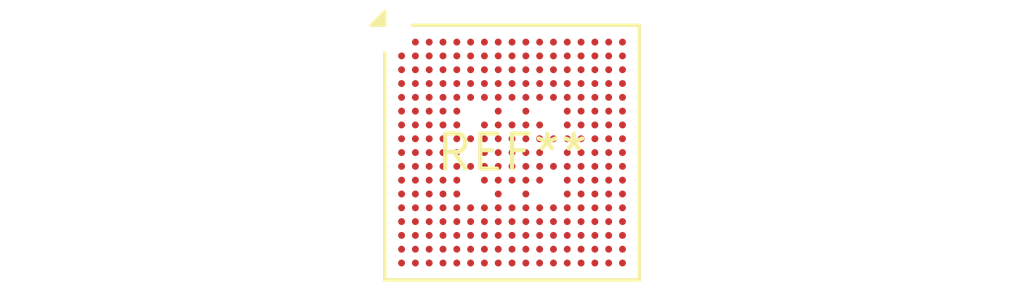
<source format=kicad_pcb>
(kicad_pcb (version 20240108) (generator pcbnew)
  (layers (0 "F.Cu" signal) (31 "B.Cu" signal) (34 "B.Paste" user) (35 "F.Paste" user) (36 "B.SilkS" user "B.Silkscreen") (37 "F.SilkS" user "F.Silkscreen") (38 "B.Mask" user) (39 "F.Mask" user) (44 "Edge.Cuts" user))
  (net 0 "")
  (footprint "MAPBGA_9x9mm_Layout17x17_P0.5mm" (layer "F.Cu") (at 0 0)
    (property "Reference" "REF**")
    (property "Value" "MAPBGA_9x9mm_Layout17x17_P0.5mm")
    (fp_line (start -4.61 4.61) (end -4.61 -3.61) (layer "F.SilkS") (stroke (width 0.12)))
    (fp_line (start -3.61 -4.61) (end 4.61 -4.61) (layer "F.SilkS") (stroke (width 0.12)))
    (fp_line (start 4.61 -4.61) (end 4.61 4.61) (layer "F.SilkS") (stroke (width 0.12)))
    (fp_line (start 4.61 4.61) (end -4.61 4.61) (layer "F.SilkS") (stroke (width 0.12)))
    (fp_poly (pts (xy -4.61 -4.61) (xy -5.11 -4.61) (xy -4.61 -5.11) (xy -4.61 -4.61)) (layer "F.SilkS") (stroke (width 0.12)) (fill solid))
    (pad "A2" smd circle (at -3.5 -4) (size 0.25 0.25) (property pad_prop_bga) (layers "F.Cu" "F.Paste" "F.Mask"))
    (pad "A3" smd circle (at -3 -4) (size 0.25 0.25) (property pad_prop_bga) (layers "F.Cu" "F.Paste" "F.Mask"))
    (pad "A4" smd circle (at -2.5 -4) (size 0.25 0.25) (property pad_prop_bga) (layers "F.Cu" "F.Paste" "F.Mask"))
    (pad "A5" smd circle (at -2 -4) (size 0.25 0.25) (property pad_prop_bga) (layers "F.Cu" "F.Paste" "F.Mask"))
    (pad "A6" smd circle (at -1.5 -4) (size 0.25 0.25) (property pad_prop_bga) (layers "F.Cu" "F.Paste" "F.Mask"))
    (pad "A7" smd circle (at -1 -4) (size 0.25 0.25) (property pad_prop_bga) (layers "F.Cu" "F.Paste" "F.Mask"))
    (pad "A8" smd circle (at -0.5 -4) (size 0.25 0.25) (property pad_prop_bga) (layers "F.Cu" "F.Paste" "F.Mask"))
    (pad "A9" smd circle (at 0 -4) (size 0.25 0.25) (property pad_prop_bga) (layers "F.Cu" "F.Paste" "F.Mask"))
    (pad "A10" smd circle (at 0.5 -4) (size 0.25 0.25) (property pad_prop_bga) (layers "F.Cu" "F.Paste" "F.Mask"))
    (pad "A11" smd circle (at 1 -4) (size 0.25 0.25) (property pad_prop_bga) (layers "F.Cu" "F.Paste" "F.Mask"))
    (pad "A12" smd circle (at 1.5 -4) (size 0.25 0.25) (property pad_prop_bga) (layers "F.Cu" "F.Paste" "F.Mask"))
    (pad "A13" smd circle (at 2 -4) (size 0.25 0.25) (property pad_prop_bga) (layers "F.Cu" "F.Paste" "F.Mask"))
    (pad "A14" smd circle (at 2.5 -4) (size 0.25 0.25) (property pad_prop_bga) (layers "F.Cu" "F.Paste" "F.Mask"))
    (pad "A15" smd circle (at 3 -4) (size 0.25 0.25) (property pad_prop_bga) (layers "F.Cu" "F.Paste" "F.Mask"))
    (pad "A16" smd circle (at 3.5 -4) (size 0.25 0.25) (property pad_prop_bga) (layers "F.Cu" "F.Paste" "F.Mask"))
    (pad "A17" smd circle (at 4 -4) (size 0.25 0.25) (property pad_prop_bga) (layers "F.Cu" "F.Paste" "F.Mask"))
    (pad "B1" smd circle (at -4 -3.5) (size 0.25 0.25) (property pad_prop_bga) (layers "F.Cu" "F.Paste" "F.Mask"))
    (pad "B2" smd circle (at -3.5 -3.5) (size 0.25 0.25) (property pad_prop_bga) (layers "F.Cu" "F.Paste" "F.Mask"))
    (pad "B3" smd circle (at -3 -3.5) (size 0.25 0.25) (property pad_prop_bga) (layers "F.Cu" "F.Paste" "F.Mask"))
    (pad "B4" smd circle (at -2.5 -3.5) (size 0.25 0.25) (property pad_prop_bga) (layers "F.Cu" "F.Paste" "F.Mask"))
    (pad "B5" smd circle (at -2 -3.5) (size 0.25 0.25) (property pad_prop_bga) (layers "F.Cu" "F.Paste" "F.Mask"))
    (pad "B6" smd circle (at -1.5 -3.5) (size 0.25 0.25) (property pad_prop_bga) (layers "F.Cu" "F.Paste" "F.Mask"))
    (pad "B7" smd circle (at -1 -3.5) (size 0.25 0.25) (property pad_prop_bga) (layers "F.Cu" "F.Paste" "F.Mask"))
    (pad "B8" smd circle (at -0.5 -3.5) (size 0.25 0.25) (property pad_prop_bga) (layers "F.Cu" "F.Paste" "F.Mask"))
    (pad "B9" smd circle (at 0 -3.5) (size 0.25 0.25) (property pad_prop_bga) (layers "F.Cu" "F.Paste" "F.Mask"))
    (pad "B10" smd circle (at 0.5 -3.5) (size 0.25 0.25) (property pad_prop_bga) (layers "F.Cu" "F.Paste" "F.Mask"))
    (pad "B11" smd circle (at 1 -3.5) (size 0.25 0.25) (property pad_prop_bga) (layers "F.Cu" "F.Paste" "F.Mask"))
    (pad "B12" smd circle (at 1.5 -3.5) (size 0.25 0.25) (property pad_prop_bga) (layers "F.Cu" "F.Paste" "F.Mask"))
    (pad "B13" smd circle (at 2 -3.5) (size 0.25 0.25) (property pad_prop_bga) (layers "F.Cu" "F.Paste" "F.Mask"))
    (pad "B14" smd circle (at 2.5 -3.5) (size 0.25 0.25) (property pad_prop_bga) (layers "F.Cu" "F.Paste" "F.Mask"))
    (pad "B15" smd circle (at 3 -3.5) (size 0.25 0.25) (property pad_prop_bga) (layers "F.Cu" "F.Paste" "F.Mask"))
    (pad "B16" smd circle (at 3.5 -3.5) (size 0.25 0.25) (property pad_prop_bga) (layers "F.Cu" "F.Paste" "F.Mask"))
    (pad "B17" smd circle (at 4 -3.5) (size 0.25 0.25) (property pad_prop_bga) (layers "F.Cu" "F.Paste" "F.Mask"))
    (pad "C1" smd circle (at -4 -3) (size 0.25 0.25) (property pad_prop_bga) (layers "F.Cu" "F.Paste" "F.Mask"))
    (pad "C2" smd circle (at -3.5 -3) (size 0.25 0.25) (property pad_prop_bga) (layers "F.Cu" "F.Paste" "F.Mask"))
    (pad "C3" smd circle (at -3 -3) (size 0.25 0.25) (property pad_prop_bga) (layers "F.Cu" "F.Paste" "F.Mask"))
    (pad "C4" smd circle (at -2.5 -3) (size 0.25 0.25) (property pad_prop_bga) (layers "F.Cu" "F.Paste" "F.Mask"))
    (pad "C5" smd circle (at -2 -3) (size 0.25 0.25) (property pad_prop_bga) (layers "F.Cu" "F.Paste" "F.Mask"))
    (pad "C6" smd circle (at -1.5 -3) (size 0.25 0.25) (property pad_prop_bga) (layers "F.Cu" "F.Paste" "F.Mask"))
    (pad "C7" smd circle (at -1 -3) (size 0.25 0.25) (property pad_prop_bga) (layers "F.Cu" "F.Paste" "F.Mask"))
    (pad "C8" smd circle (at -0.5 -3) (size 0.25 0.25) (property pad_prop_bga) (layers "F.Cu" "F.Paste" "F.Mask"))
    (pad "C9" smd circle (at 0 -3) (size 0.25 0.25) (property pad_prop_bga) (layers "F.Cu" "F.Paste" "F.Mask"))
    (pad "C10" smd circle (at 0.5 -3) (size 0.25 0.25) (property pad_prop_bga) (layers "F.Cu" "F.Paste" "F.Mask"))
    (pad "C11" smd circle (at 1 -3) (size 0.25 0.25) (property pad_prop_bga) (layers "F.Cu" "F.Paste" "F.Mask"))
    (pad "C12" smd circle (at 1.5 -3) (size 0.25 0.25) (property pad_prop_bga) (layers "F.Cu" "F.Paste" "F.Mask"))
    (pad "C13" smd circle (at 2 -3) (size 0.25 0.25) (property pad_prop_bga) (layers "F.Cu" "F.Paste" "F.Mask"))
    (pad "C14" smd circle (at 2.5 -3) (size 0.25 0.25) (property pad_prop_bga) (layers "F.Cu" "F.Paste" "F.Mask"))
    (pad "C15" smd circle (at 3 -3) (size 0.25 0.25) (property pad_prop_bga) (layers "F.Cu" "F.Paste" "F.Mask"))
    (pad "C16" smd circle (at 3.5 -3) (size 0.25 0.25) (property pad_prop_bga) (layers "F.Cu" "F.Paste" "F.Mask"))
    (pad "C17" smd circle (at 4 -3) (size 0.25 0.25) (property pad_prop_bga) (layers "F.Cu" "F.Paste" "F.Mask"))
    (pad "D1" smd circle (at -4 -2.5) (size 0.25 0.25) (property pad_prop_bga) (layers "F.Cu" "F.Paste" "F.Mask"))
    (pad "D2" smd circle (at -3.5 -2.5) (size 0.25 0.25) (property pad_prop_bga) (layers "F.Cu" "F.Paste" "F.Mask"))
    (pad "D3" smd circle (at -3 -2.5) (size 0.25 0.25) (property pad_prop_bga) (layers "F.Cu" "F.Paste" "F.Mask"))
    (pad "D4" smd circle (at -2.5 -2.5) (size 0.25 0.25) (property pad_prop_bga) (layers "F.Cu" "F.Paste" "F.Mask"))
    (pad "D5" smd circle (at -2 -2.5) (size 0.25 0.25) (property pad_prop_bga) (layers "F.Cu" "F.Paste" "F.Mask"))
    (pad "D6" smd circle (at -1.5 -2.5) (size 0.25 0.25) (property pad_prop_bga) (layers "F.Cu" "F.Paste" "F.Mask"))
    (pad "D7" smd circle (at -1 -2.5) (size 0.25 0.25) (property pad_prop_bga) (layers "F.Cu" "F.Paste" "F.Mask"))
    (pad "D8" smd circle (at -0.5 -2.5) (size 0.25 0.25) (property pad_prop_bga) (layers "F.Cu" "F.Paste" "F.Mask"))
    (pad "D9" smd circle (at 0 -2.5) (size 0.25 0.25) (property pad_prop_bga) (layers "F.Cu" "F.Paste" "F.Mask"))
    (pad "D10" smd circle (at 0.5 -2.5) (size 0.25 0.25) (property pad_prop_bga) (layers "F.Cu" "F.Paste" "F.Mask"))
    (pad "D11" smd circle (at 1 -2.5) (size 0.25 0.25) (property pad_prop_bga) (layers "F.Cu" "F.Paste" "F.Mask"))
    (pad "D12" smd circle (at 1.5 -2.5) (size 0.25 0.25) (property pad_prop_bga) (layers "F.Cu" "F.Paste" "F.Mask"))
    (pad "D13" smd circle (at 2 -2.5) (size 0.25 0.25) (property pad_prop_bga) (layers "F.Cu" "F.Paste" "F.Mask"))
    (pad "D14" smd circle (at 2.5 -2.5) (size 0.25 0.25) (property pad_prop_bga) (layers "F.Cu" "F.Paste" "F.Mask"))
    (pad "D15" smd circle (at 3 -2.5) (size 0.25 0.25) (property pad_prop_bga) (layers "F.Cu" "F.Paste" "F.Mask"))
    (pad "D16" smd circle (at 3.5 -2.5) (size 0.25 0.25) (property pad_prop_bga) (layers "F.Cu" "F.Paste" "F.Mask"))
    (pad "D17" smd circle (at 4 -2.5) (size 0.25 0.25) (property pad_prop_bga) (layers "F.Cu" "F.Paste" "F.Mask"))
    (pad "E1" smd circle (at -4 -2) (size 0.25 0.25) (property pad_prop_bga) (layers "F.Cu" "F.Paste" "F.Mask"))
    (pad "E2" smd circle (at -3.5 -2) (size 0.25 0.25) (property pad_prop_bga) (layers "F.Cu" "F.Paste" "F.Mask"))
    (pad "E3" smd circle (at -3 -2) (size 0.25 0.25) (property pad_prop_bga) (layers "F.Cu" "F.Paste" "F.Mask"))
    (pad "E4" smd circle (at -2.5 -2) (size 0.25 0.25) (property pad_prop_bga) (layers "F.Cu" "F.Paste" "F.Mask"))
    (pad "E5" smd circle (at -2 -2) (size 0.25 0.25) (property pad_prop_bga) (layers "F.Cu" "F.Paste" "F.Mask"))
    (pad "E6" smd circle (at -1.5 -2) (size 0.25 0.25) (property pad_prop_bga) (layers "F.Cu" "F.Paste" "F.Mask"))
    (pad "E7" smd circle (at -1 -2) (size 0.25 0.25) (property pad_prop_bga) (layers "F.Cu" "F.Paste" "F.Mask"))
    (pad "E8" smd circle (at -0.5 -2) (size 0.25 0.25) (property pad_prop_bga) (layers "F.Cu" "F.Paste" "F.Mask"))
    (pad "E9" smd circle (at 0 -2) (size 0.25 0.25) (property pad_prop_bga) (layers "F.Cu" "F.Paste" "F.Mask"))
    (pad "E10" smd circle (at 0.5 -2) (size 0.25 0.25) (property pad_prop_bga) (layers "F.Cu" "F.Paste" "F.Mask"))
    (pad "E11" smd circle (at 1 -2) (size 0.25 0.25) (property pad_prop_bga) (layers "F.Cu" "F.Paste" "F.Mask"))
    (pad "E12" smd circle (at 1.5 -2) (size 0.25 0.25) (property pad_prop_bga) (layers "F.Cu" "F.Paste" "F.Mask"))
    (pad "E13" smd circle (at 2 -2) (size 0.25 0.25) (property pad_prop_bga) (layers "F.Cu" "F.Paste" "F.Mask"))
    (pad "E14" smd circle (at 2.5 -2) (size 0.25 0.25) (property pad_prop_bga) (layers "F.Cu" "F.Paste" "F.Mask"))
    (pad "E15" smd circle (at 3 -2) (size 0.25 0.25) (property pad_prop_bga) (layers "F.Cu" "F.Paste" "F.Mask"))
    (pad "E16" smd circle (at 3.5 -2) (size 0.25 0.25) (property pad_prop_bga) (layers "F.Cu" "F.Paste" "F.Mask"))
    (pad "E17" smd circle (at 4 -2) (size 0.25 0.25) (property pad_prop_bga) (layers "F.Cu" "F.Paste" "F.Mask"))
    (pad "F1" smd circle (at -4 -1.5) (size 0.25 0.25) (property pad_prop_bga) (layers "F.Cu" "F.Paste" "F.Mask"))
    (pad "F2" smd circle (at -3.5 -1.5) (size 0.25 0.25) (property pad_prop_bga) (layers "F.Cu" "F.Paste" "F.Mask"))
    (pad "F3" smd circle (at -3 -1.5) (size 0.25 0.25) (property pad_prop_bga) (layers "F.Cu" "F.Paste" "F.Mask"))
    (pad "F4" smd circle (at -2.5 -1.5) (size 0.25 0.25) (property pad_prop_bga) (layers "F.Cu" "F.Paste" "F.Mask"))
    (pad "F5" smd circle (at -2 -1.5) (size 0.25 0.25) (property pad_prop_bga) (layers "F.Cu" "F.Paste" "F.Mask"))
    (pad "F8" smd circle (at -0.5 -1.5) (size 0.25 0.25) (property pad_prop_bga) (layers "F.Cu" "F.Paste" "F.Mask"))
    (pad "F10" smd circle (at 0.5 -1.5) (size 0.25 0.25) (property pad_prop_bga) (layers "F.Cu" "F.Paste" "F.Mask"))
    (pad "F13" smd circle (at 2 -1.5) (size 0.25 0.25) (property pad_prop_bga) (layers "F.Cu" "F.Paste" "F.Mask"))
    (pad "F14" smd circle (at 2.5 -1.5) (size 0.25 0.25) (property pad_prop_bga) (layers "F.Cu" "F.Paste" "F.Mask"))
    (pad "F15" smd circle (at 3 -1.5) (size 0.25 0.25) (property pad_prop_bga) (layers "F.Cu" "F.Paste" "F.Mask"))
    (pad "F16" smd circle (at 3.5 -1.5) (size 0.25 0.25) (property pad_prop_bga) (layers "F.Cu" "F.Paste" "F.Mask"))
    (pad "F17" smd circle (at 4 -1.5) (size 0.25 0.25) (property pad_prop_bga) (layers "F.Cu" "F.Paste" "F.Mask"))
    (pad "G1" smd circle (at -4 -1) (size 0.25 0.25) (property pad_prop_bga) (layers "F.Cu" "F.Paste" "F.Mask"))
    (pad "G2" smd circle (at -3.5 -1) (size 0.25 0.25) (property pad_prop_bga) (layers "F.Cu" "F.Paste" "F.Mask"))
    (pad "G3" smd circle (at -3 -1) (size 0.25 0.25) (property pad_prop_bga) (layers "F.Cu" "F.Paste" "F.Mask"))
    (pad "G4" smd circle (at -2.5 -1) (size 0.25 0.25) (property pad_prop_bga) (layers "F.Cu" "F.Paste" "F.Mask"))
    (pad "G5" smd circle (at -2 -1) (size 0.25 0.25) (property pad_prop_bga) (layers "F.Cu" "F.Paste" "F.Mask"))
    (pad "G7" smd circle (at -1 -1) (size 0.25 0.25) (property pad_prop_bga) (layers "F.Cu" "F.Paste" "F.Mask"))
    (pad "G8" smd circle (at -0.5 -1) (size 0.25 0.25) (property pad_prop_bga) (layers "F.Cu" "F.Paste" "F.Mask"))
    (pad "G9" smd circle (at 0 -1) (size 0.25 0.25) (property pad_prop_bga) (layers "F.Cu" "F.Paste" "F.Mask"))
    (pad "G10" smd circle (at 0.5 -1) (size 0.25 0.25) (property pad_prop_bga) (layers "F.Cu" "F.Paste" "F.Mask"))
    (pad "G11" smd circle (at 1 -1) (size 0.25 0.25) (property pad_prop_bga) (layers "F.Cu" "F.Paste" "F.Mask"))
    (pad "G13" smd circle (at 2 -1) (size 0.25 0.25) (property pad_prop_bga) (layers "F.Cu" "F.Paste" "F.Mask"))
    (pad "G14" smd circle (at 2.5 -1) (size 0.25 0.25) (property pad_prop_bga) (layers "F.Cu" "F.Paste" "F.Mask"))
    (pad "G15" smd circle (at 3 -1) (size 0.25 0.25) (property pad_prop_bga) (layers "F.Cu" "F.Paste" "F.Mask"))
    (pad "G16" smd circle (at 3.5 -1) (size 0.25 0.25) (property pad_prop_bga) (layers "F.Cu" "F.Paste" "F.Mask"))
    (pad "G17" smd circle (at 4 -1) (size 0.25 0.25) (property pad_prop_bga) (layers "F.Cu" "F.Paste" "F.Mask"))
    (pad "H1" smd circle (at -4 -0.5) (size 0.25 0.25) (property pad_prop_bga) (layers "F.Cu" "F.Paste" "F.Mask"))
    (pad "H2" smd circle (at -3.5 -0.5) (size 0.25 0.25) (property pad_prop_bga) (layers "F.Cu" "F.Paste" "F.Mask"))
    (pad "H3" smd circle (at -3 -0.5) (size 0.25 0.25) (property pad_prop_bga) (layers "F.Cu" "F.Paste" "F.Mask"))
    (pad "H4" smd circle (at -2.5 -0.5) (size 0.25 0.25) (property pad_prop_bga) (layers "F.Cu" "F.Paste" "F.Mask"))
    (pad "H5" smd circle (at -2 -0.5) (size 0.25 0.25) (property pad_prop_bga) (layers "F.Cu" "F.Paste" "F.Mask"))
    (pad "H6" smd circle (at -1.5 -0.5) (size 0.25 0.25) (property pad_prop_bga) (layers "F.Cu" "F.Paste" "F.Mask"))
    (pad "H7" smd circle (at -1 -0.5) (size 0.25 0.25) (property pad_prop_bga) (layers "F.Cu" "F.Paste" "F.Mask"))
    (pad "H8" smd circle (at -0.5 -0.5) (size 0.25 0.25) (property pad_prop_bga) (layers "F.Cu" "F.Paste" "F.Mask"))
    (pad "H9" smd circle (at 0 -0.5) (size 0.25 0.25) (property pad_prop_bga) (layers "F.Cu" "F.Paste" "F.Mask"))
    (pad "H10" smd circle (at 0.5 -0.5) (size 0.25 0.25) (property pad_prop_bga) (layers "F.Cu" "F.Paste" "F.Mask"))
    (pad "H11" smd circle (at 1 -0.5) (size 0.25 0.25) (property pad_prop_bga) (layers "F.Cu" "F.Paste" "F.Mask"))
    (pad "H12" smd circle (at 1.5 -0.5) (size 0.25 0.25) (property pad_prop_bga) (layers "F.Cu" "F.Paste" "F.Mask"))
    (pad "H13" smd circle (at 2 -0.5) (size 0.25 0.25) (property pad_prop_bga) (layers "F.Cu" "F.Paste" "F.Mask"))
    (pad "H14" smd circle (at 2.5 -0.5) (size 0.25 0.25) (property pad_prop_bga) (layers "F.Cu" "F.Paste" "F.Mask"))
    (pad "H15" smd circle (at 3 -0.5) (size 0.25 0.25) (property pad_prop_bga) (layers "F.Cu" "F.Paste" "F.Mask"))
    (pad "H16" smd circle (at 3.5 -0.5) (size 0.25 0.25) (property pad_prop_bga) (layers "F.Cu" "F.Paste" "F.Mask"))
    (pad "H17" smd circle (at 4 -0.5) (size 0.25 0.25) (property pad_prop_bga) (layers "F.Cu" "F.Paste" "F.Mask"))
    (pad "J1" smd circle (at -4 0) (size 0.25 0.25) (property pad_prop_bga) (layers "F.Cu" "F.Paste" "F.Mask"))
    (pad "J2" smd circle (at -3.5 0) (size 0.25 0.25) (property pad_prop_bga) (layers "F.Cu" "F.Paste" "F.Mask"))
    (pad "J3" smd circle (at -3 0) (size 0.25 0.25) (property pad_prop_bga) (layers "F.Cu" "F.Paste" "F.Mask"))
    (pad "J4" smd circle (at -2.5 0) (size 0.25 0.25) (property pad_prop_bga) (layers "F.Cu" "F.Paste" "F.Mask"))
    (pad "J5" smd circle (at -2 0) (size 0.25 0.25) (property pad_prop_bga) (layers "F.Cu" "F.Paste" "F.Mask"))
    (pad "J7" smd circle (at -1 0) (size 0.25 0.25) (property pad_prop_bga) (layers "F.Cu" "F.Paste" "F.Mask"))
    (pad "J8" smd circle (at -0.5 0) (size 0.25 0.25) (property pad_prop_bga) (layers "F.Cu" "F.Paste" "F.Mask"))
    (pad "J9" smd circle (at 0 0) (size 0.25 0.25) (property pad_prop_bga) (layers "F.Cu" "F.Paste" "F.Mask"))
    (pad "J10" smd circle (at 0.5 0) (size 0.25 0.25) (property pad_prop_bga) (layers "F.Cu" "F.Paste" "F.Mask"))
    (pad "J11" smd circle (at 1 0) (size 0.25 0.25) (property pad_prop_bga) (layers "F.Cu" "F.Paste" "F.Mask"))
    (pad "J13" smd circle (at 2 0) (size 0.25 0.25) (property pad_prop_bga) (layers "F.Cu" "F.Paste" "F.Mask"))
    (pad "J14" smd circle (at 2.5 0) (size 0.25 0.25) (property pad_prop_bga) (layers "F.Cu" "F.Paste" "F.Mask"))
    (pad "J15" smd circle (at 3 0) (size 0.25 0.25) (property pad_prop_bga) (layers "F.Cu" "F.Paste" "F.Mask"))
    (pad "J16" smd circle (at 3.5 0) (size 0.25 0.25) (property pad_prop_bga) (layers "F.Cu" "F.Paste" "F.Mask"))
    (pad "J17" smd circle (at 4 0) (size 0.25 0.25) (property pad_prop_bga) (layers "F.Cu" "F.Paste" "F.Mask"))
    (pad "K1" smd circle (at -4 0.5) (size 0.25 0.25) (property pad_prop_bga) (layers "F.Cu" "F.Paste" "F.Mask"))
    (pad "K2" smd circle (at -3.5 0.5) (size 0.25 0.25) (property pad_prop_bga) (layers "F.Cu" "F.Paste" "F.Mask"))
    (pad "K3" smd circle (at -3 0.5) (size 0.25 0.25) (property pad_prop_bga) (layers "F.Cu" "F.Paste" "F.Mask"))
    (pad "K4" smd circle (at -2.5 0.5) (size 0.25 0.25) (property pad_prop_bga) (layers "F.Cu" "F.Paste" "F.Mask"))
    (pad "K5" smd circle (at -2 0.5) (size 0.25 0.25) (property pad_prop_bga) (layers "F.Cu" "F.Paste" "F.Mask"))
    (pad "K6" smd circle (at -1.5 0.5) (size 0.25 0.25) (property pad_prop_bga) (layers "F.Cu" "F.Paste" "F.Mask"))
    (pad "K7" smd circle (at -1 0.5) (size 0.25 0.25) (property pad_prop_bga) (layers "F.Cu" "F.Paste" "F.Mask"))
    (pad "K8" smd circle (at -0.5 0.5) (size 0.25 0.25) (property pad_prop_bga) (layers "F.Cu" "F.Paste" "F.Mask"))
    (pad "K9" smd circle (at 0 0.5) (size 0.25 0.25) (property pad_prop_bga) (layers "F.Cu" "F.Paste" "F.Mask"))
    (pad "K10" smd circle (at 0.5 0.5) (size 0.25 0.25) (property pad_prop_bga) (layers "F.Cu" "F.Paste" "F.Mask"))
    (pad "K11" smd circle (at 1 0.5) (size 0.25 0.25) (property pad_prop_bga) (layers "F.Cu" "F.Paste" "F.Mask"))
    (pad "K12" smd circle (at 1.5 0.5) (size 0.25 0.25) (property pad_prop_bga) (layers "F.Cu" "F.Paste" "F.Mask"))
    (pad "K13" smd circle (at 2 0.5) (size 0.25 0.25) (property pad_prop_bga) (layers "F.Cu" "F.Paste" "F.Mask"))
    (pad "K14" smd circle (at 2.5 0.5) (size 0.25 0.25) (property pad_prop_bga) (layers "F.Cu" "F.Paste" "F.Mask"))
    (pad "K15" smd circle (at 3 0.5) (size 0.25 0.25) (property pad_prop_bga) (layers "F.Cu" "F.Paste" "F.Mask"))
    (pad "K16" smd circle (at 3.5 0.5) (size 0.25 0.25) (property pad_prop_bga) (layers "F.Cu" "F.Paste" "F.Mask"))
    (pad "K17" smd circle (at 4 0.5) (size 0.25 0.25) (property pad_prop_bga) (layers "F.Cu" "F.Paste" "F.Mask"))
    (pad "L1" smd circle (at -4 1) (size 0.25 0.25) (property pad_prop_bga) (layers "F.Cu" "F.Paste" "F.Mask"))
    (pad "L2" smd circle (at -3.5 1) (size 0.25 0.25) (property pad_prop_bga) (layers "F.Cu" "F.Paste" "F.Mask"))
    (pad "L3" smd circle (at -3 1) (size 0.25 0.25) (property pad_prop_bga) (layers "F.Cu" "F.Paste" "F.Mask"))
    (pad "L4" smd circle (at -2.5 1) (size 0.25 0.25) (property pad_prop_bga) (layers "F.Cu" "F.Paste" "F.Mask"))
    (pad "L5" smd circle (at -2 1) (size 0.25 0.25) (property pad_prop_bga) (layers "F.Cu" "F.Paste" "F.Mask"))
    (pad "L7" smd circle (at -1 1) (size 0.25 0.25) (property pad_prop_bga) (layers "F.Cu" "F.Paste" "F.Mask"))
    (pad "L8" smd circle (at -0.5 1) (size 0.25 0.25) (property pad_prop_bga) (layers "F.Cu" "F.Paste" "F.Mask"))
    (pad "L9" smd circle (at 0 1) (size 0.25 0.25) (property pad_prop_bga) (layers "F.Cu" "F.Paste" "F.Mask"))
    (pad "L10" smd circle (at 0.5 1) (size 0.25 0.25) (property pad_prop_bga) (layers "F.Cu" "F.Paste" "F.Mask"))
    (pad "L11" smd circle (at 1 1) (size 0.25 0.25) (property pad_prop_bga) (layers "F.Cu" "F.Paste" "F.Mask"))
    (pad "L13" smd circle (at 2 1) (size 0.25 0.25) (property pad_prop_bga) (layers "F.Cu" "F.Paste" "F.Mask"))
    (pad "L14" smd circle (at 2.5 1) (size 0.25 0.25) (property pad_prop_bga) (layers "F.Cu" "F.Paste" "F.Mask"))
    (pad "L15" smd circle (at 3 1) (size 0.25 0.25) (property pad_prop_bga) (layers "F.Cu" "F.Paste" "F.Mask"))
    (pad "L16" smd circle (at 3.5 1) (size 0.25 0.25) (property pad_prop_bga) (layers "F.Cu" "F.Paste" "F.Mask"))
    (pad "L17" smd circle (at 4 1) (size 0.25 0.25) (property pad_prop_bga) (layers "F.Cu" "F.Paste" "F.Mask"))
    (pad "M1" smd circle (at -4 1.5) (size 0.25 0.25) (property pad_prop_bga) (layers "F.Cu" "F.Paste" "F.Mask"))
    (pad "M2" smd circle (at -3.5 1.5) (size 0.25 0.25) (property pad_prop_bga) (layers "F.Cu" "F.Paste" "F.Mask"))
    (pad "M3" smd circle (at -3 1.5) (size 0.25 0.25) (property pad_prop_bga) (layers "F.Cu" "F.Paste" "F.Mask"))
    (pad "M4" smd circle (at -2.5 1.5) (size 0.25 0.25) (property pad_prop_bga) (layers "F.Cu" "F.Paste" "F.Mask"))
    (pad "M5" smd circle (at -2 1.5) (size 0.25 0.25) (property pad_prop_bga) (layers "F.Cu" "F.Paste" "F.Mask"))
    (pad "M8" smd circle (at -0.5 1.5) (size 0.25 0.25) (property pad_prop_bga) (layers "F.Cu" "F.Paste" "F.Mask"))
    (pad "M10" smd circle (at 0.5 1.5) (size 0.25 0.25) (property pad_prop_bga) (layers "F.Cu" "F.Paste" "F.Mask"))
    (pad "M13" smd circle (at 2 1.5) (size 0.25 0.25) (property pad_prop_bga) (layers "F.Cu" "F.Paste" "F.Mask"))
    (pad "M14" smd circle (at 2.5 1.5) (size 0.25 0.25) (property pad_prop_bga) (layers "F.Cu" "F.Paste" "F.Mask"))
    (pad "M15" smd circle (at 3 1.5) (size 0.25 0.25) (property pad_prop_bga) (layers "F.Cu" "F.Paste" "F.Mask"))
    (pad "M16" smd circle (at 3.5 1.5) (size 0.25 0.25) (property pad_prop_bga) (layers "F.Cu" "F.Paste" "F.Mask"))
    (pad "M17" smd circle (at 4 1.5) (size 0.25 0.25) (property pad_prop_bga) (layers "F.Cu" "F.Paste" "F.Mask"))
    (pad "N1" smd circle (at -4 2) (size 0.25 0.25) (property pad_prop_bga) (layers "F.Cu" "F.Paste" "F.Mask"))
    (pad "N2" smd circle (at -3.5 2) (size 0.25 0.25) (property pad_prop_bga) (layers "F.Cu" "F.Paste" "F.Mask"))
    (pad "N3" smd circle (at -3 2) (size 0.25 0.25) (property pad_prop_bga) (layers "F.Cu" "F.Paste" "F.Mask"))
    (pad "N4" smd circle (at -2.5 2) (size 0.25 0.25) (property pad_prop_bga) (layers "F.Cu" "F.Paste" "F.Mask"))
    (pad "N5" smd circle (at -2 2) (size 0.25 0.25) (property pad_prop_bga) (layers "F.Cu" "F.Paste" "F.Mask"))
    (pad "N6" smd circle (at -1.5 2) (size 0.25 0.25) (property pad_prop_bga) (layers "F.Cu" "F.Paste" "F.Mask"))
    (pad "N7" smd circle (at -1 2) (size 0.25 0.25) (property pad_prop_bga) (layers "F.Cu" "F.Paste" "F.Mask"))
    (pad "N8" smd circle (at -0.5 2) (size 0.25 0.25) (property pad_prop_bga) (layers "F.Cu" "F.Paste" "F.Mask"))
    (pad "N9" smd circle (at 0 2) (size 0.25 0.25) (property pad_prop_bga) (layers "F.Cu" "F.Paste" "F.Mask"))
    (pad "N10" smd circle (at 0.5 2) (size 0.25 0.25) (property pad_prop_bga) (layers "F.Cu" "F.Paste" "F.Mask"))
    (pad "N11" smd circle (at 1 2) (size 0.25 0.25) (property pad_prop_bga) (layers "F.Cu" "F.Paste" "F.Mask"))
    (pad "N12" smd circle (at 1.5 2) (size 0.25 0.25) (property pad_prop_bga) (layers "F.Cu" "F.Paste" "F.Mask"))
    (pad "N13" smd circle (at 2 2) (size 0.25 0.25) (property pad_prop_bga) (layers "F.Cu" "F.Paste" "F.Mask"))
    (pad "N14" smd circle (at 2.5 2) (size 0.25 0.25) (property pad_prop_bga) (layers "F.Cu" "F.Paste" "F.Mask"))
    (pad "N15" smd circle (at 3 2) (size 0.25 0.25) (property pad_prop_bga) (layers "F.Cu" "F.Paste" "F.Mask"))
    (pad "N16" smd circle (at 3.5 2) (size 0.25 0.25) (property pad_prop_bga) (layers "F.Cu" "F.Paste" "F.Mask"))
    (pad "N17" smd circle (at 4 2) (size 0.25 0.25) (property pad_prop_bga) (layers "F.Cu" "F.Paste" "F.Mask"))
    (pad "P1" smd circle (at -4 2.5) (size 0.25 0.25) (property pad_prop_bga) (layers "F.Cu" "F.Paste" "F.Mask"))
    (pad "P2" smd circle (at -3.5 2.5) (size 0.25 0.25) (property pad_prop_bga) (layers "F.Cu" "F.Paste" "F.Mask"))
    (pad "P3" smd circle (at -3 2.5) (size 0.25 0.25) (property pad_prop_bga) (layers "F.Cu" "F.Paste" "F.Mask"))
    (pad "P4" smd circle (at -2.5 2.5) (size 0.25 0.25) (property pad_prop_bga) (layers "F.Cu" "F.Paste" "F.Mask"))
    (pad "P5" smd circle (at -2 2.5) (size 0.25 0.25) (property pad_prop_bga) (layers "F.Cu" "F.Paste" "F.Mask"))
    (pad "P6" smd circle (at -1.5 2.5) (size 0.25 0.25) (property pad_prop_bga) (layers "F.Cu" "F.Paste" "F.Mask"))
    (pad "P7" smd circle (at -1 2.5) (size 0.25 0.25) (property pad_prop_bga) (layers "F.Cu" "F.Paste" "F.Mask"))
    (pad "P8" smd circle (at -0.5 2.5) (size 0.25 0.25) (property pad_prop_bga) (layers "F.Cu" "F.Paste" "F.Mask"))
    (pad "P9" smd circle (at 0 2.5) (size 0.25 0.25) (property pad_prop_bga) (layers "F.Cu" "F.Paste" "F.Mask"))
    (pad "P10" smd circle (at 0.5 2.5) (size 0.25 0.25) (property pad_prop_bga) (layers "F.Cu" "F.Paste" "F.Mask"))
    (pad "P11" smd circle (at 1 2.5) (size 0.25 0.25) (property pad_prop_bga) (layers "F.Cu" "F.Paste" "F.Mask"))
    (pad "P12" smd circle (at 1.5 2.5) (size 0.25 0.25) (property pad_prop_bga) (layers "F.Cu" "F.Paste" "F.Mask"))
    (pad "P13" smd circle (at 2 2.5) (size 0.25 0.25) (property pad_prop_bga) (layers "F.Cu" "F.Paste" "F.Mask"))
    (pad "P14" smd circle (at 2.5 2.5) (size 0.25 0.25) (property pad_prop_bga) (layers "F.Cu" "F.Paste" "F.Mask"))
    (pad "P15" smd circle (at 3 2.5) (size 0.25 0.25) (property pad_prop_bga) (layers "F.Cu" "F.Paste" "F.Mask"))
    (pad "P16" smd circle (at 3.5 2.5) (size 0.25 0.25) (property pad_prop_bga) (layers "F.Cu" "F.Paste" "F.Mask"))
    (pad "P17" smd circle (at 4 2.5) (size 0.25 0.25) (property pad_prop_bga) (layers "F.Cu" "F.Paste" "F.Mask"))
    (pad "R1" smd circle (at -4 3) (size 0.25 0.25) (property pad_prop_bga) (layers "F.Cu" "F.Paste" "F.Mask"))
    (pad "R2" smd circle (at -3.5 3) (size 0.25 0.25) (property pad_prop_bga) (layers "F.Cu" "F.Paste" "F.Mask"))
    (pad "R3" smd circle (at -3 3) (size 0.25 0.25) (property pad_prop_bga) (layers "F.Cu" "F.Paste" "F.Mask"))
    (pad "R4" smd circle (at -2.5 3) (size 0.25 0.25) (property pad_prop_bga) (layers "F.Cu" "F.Paste" "F.Mask"))
    (pad "R5" smd circle (at -2 3) (size 0.25 0.25) (property pad_prop_bga) (layers "F.Cu" "F.Paste" "F.Mask"))
    (pad "R6" smd circle (at -1.5 3) (size 0.25 0.25) (property pad_prop_bga) (layers "F.Cu" "F.Paste" "F.Mask"))
    (pad "R7" smd circle (at -1 3) (size 0.25 0.25) (property pad_prop_bga) (layers "F.Cu" "F.Paste" "F.Mask"))
    (pad "R8" smd circle (at -0.5 3) (size 0.25 0.25) (property pad_prop_bga) (layers "F.Cu" "F.Paste" "F.Mask"))
    (pad "R9" smd circle (at 0 3) (size 0.25 0.25) (property pad_prop_bga) (layers "F.Cu" "F.Paste" "F.Mask"))
    (pad "R10" smd circle (at 0.5 3) (size 0.25 0.25) (property pad_prop_bga) (layers "F.Cu" "F.Paste" "F.Mask"))
    (pad "R11" smd circle (at 1 3) (size 0.25 0.25) (property pad_prop_bga) (layers "F.Cu" "F.Paste" "F.Mask"))
    (pad "R12" smd circle (at 1.5 3) (size 0.25 0.25) (property pad_prop_bga) (layers "F.Cu" "F.Paste" "F.Mask"))
    (pad "R13" smd circle (at 2 3) (size 0.25 0.25) (property pad_prop_bga) (layers "F.Cu" "F.Paste" "F.Mask"))
    (pad "R14" smd circle (at 2.5 3) (size 0.25 0.25) (property pad_prop_bga) (layers "F.Cu" "F.Paste" "F.Mask"))
    (pad "R15" smd circle (at 3 3) (size 0.25 0.25) (property pad_prop_bga) (layers "F.Cu" "F.Paste" "F.Mask"))
    (pad "R16" smd circle (at 3.5 3) (size 0.25 0.25) (property pad_prop_bga) (layers "F.Cu" "F.Paste" "F.Mask"))
    (pad "R17" smd circle (at 4 3) (size 0.25 0.25) (property pad_prop_bga) (layers "F.Cu" "F.Paste" "F.Mask"))
    (pad "T1" smd circle (at -4 3.5) (size 0.25 0.25) (property pad_prop_bga) (layers "F.Cu" "F.Paste" "F.Mask"))
    (pad "T2" smd circle (at -3.5 3.5) (size 0.25 0.25) (property pad_prop_bga) (layers "F.Cu" "F.Paste" "F.Mask"))
    (pad "T3" smd circle (at -3 3.5) (size 0.25 0.25) (property pad_prop_bga) (layers "F.Cu" "F.Paste" "F.Mask"))
    (pad "T4" smd circle (at -2.5 3.5) (size 0.25 0.25) (property pad_prop_bga) (layers "F.Cu" "F.Paste" "F.Mask"))
    (pad "T5" smd circle (at -2 3.5) (size 0.25 0.25) (property pad_prop_bga) (layers "F.Cu" "F.Paste" "F.Mask"))
    (pad "T6" smd circle (at -1.5 3.5) (size 0.25 0.25) (property pad_prop_bga) (layers "F.Cu" "F.Paste" "F.Mask"))
    (pad "T7" smd circle (at -1 3.5) (size 0.25 0.25) (property pad_prop_bga) (layers "F.Cu" "F.Paste" "F.Mask"))
    (pad "T8" smd circle (at -0.5 3.5) (size 0.25 0.25) (property pad_prop_bga) (layers "F.Cu" "F.Paste" "F.Mask"))
    (pad "T9" smd circle (at 0 3.5) (size 0.25 0.25) (property pad_prop_bga) (layers "F.Cu" "F.Paste" "F.Mask"))
    (pad "T10" smd circle (at 0.5 3.5) (size 0.25 0.25) (property pad_prop_bga) (layers "F.Cu" "F.Paste" "F.Mask"))
    (pad "T11" smd circle (at 1 3.5) (size 0.25 0.25) (property pad_prop_bga) (layers "F.Cu" "F.Paste" "F.Mask"))
    (pad "T12" smd circle (at 1.5 3.5) (size 0.25 0.25) (property pad_prop_bga) (layers "F.Cu" "F.Paste" "F.Mask"))
    (pad "T13" smd circle (at 2 3.5) (size 0.25 0.25) (property pad_prop_bga) (layers "F.Cu" "F.Paste" "F.Mask"))
    (pad "T14" smd circle (at 2.5 3.5) (size 0.25 0.25) (property pad_prop_bga) (layers "F.Cu" "F.Paste" "F.Mask"))
    (pad "T15" smd circle (at 3 3.5) (size 0.25 0.25) (property pad_prop_bga) (layers "F.Cu" "F.Paste" "F.Mask"))
    (pad "T16" smd circle (at 3.5 3.5) (size 0.25 0.25) (property pad_prop_bga) (layers "F.Cu" "F.Paste" "F.Mask"))
    (pad "T17" smd circle (at 4 3.5) (size 0.25 0.25) (property pad_prop_bga) (layers "F.Cu" "F.Paste" "F.Mask"))
    (pad "U1" smd circle (at -4 4) (size 0.25 0.25) (property pad_prop_bga) (layers "F.Cu" "F.Paste" "F.Mask"))
    (pad "U2" smd circle (at -3.5 4) (size 0.25 0.25) (property pad_prop_bga) (layers "F.Cu" "F.Paste" "F.Mask"))
    (pad "U3" smd circle (at -3 4) (size 0.25 0.25) (property pad_prop_bga) (layers "F.Cu" "F.Paste" "F.Mask"))
    (pad "U4" smd circle (at -2.5 4) (size 0.25 0.25) (property pad_prop_bga) (layers "F.Cu" "F.Paste" "F.Mask"))
    (pad "U5" smd circle (at -2 4) (size 0.25 0.25) (property pad_prop_bga) (layers "F.Cu" "F.Paste" "F.Mask"))
    (pad "U6" smd circle (at -1.5 4) (size 0.25 0.25) (property pad_prop_bga) (layers "F.Cu" "F.Paste" "F.Mask"))
    (pad "U7" smd circle (at -1 4) (size 0.25 0.25) (property pad_prop_bga) (layers "F.Cu" "F.Paste" "F.Mask"))
    (pad "U8" smd circle (at -0.5 4) (size 0.25 0.25) (property pad_prop_bga) (layers "F.Cu" "F.Paste" "F.Mask"))
    (pad "U9" smd circle (at 0 4) (size 0.25 0.25) (property pad_prop_bga) (layers "F.Cu" "F.Paste" "F.Mask"))
    (pad "U10" smd circle (at 0.5 4) (size 0.25 0.25) (property pad_prop_bga) (layers "F.Cu" "F.Paste" "F.Mask"))
    (pad "U11" smd circle (at 1 4) (size 0.25 0.25) (property pad_prop_bga) (layers "F.Cu" "F.Paste" "F.Mask"))
    (pad "U12" smd circle (at 1.5 4) (size 0.25 0.25) (property pad_prop_bga) (layers "F.Cu" "F.Paste" "F.Mask"))
    (pad "U13" smd circle (at 2 4) (size 0.25 0.25) (property pad_prop_bga) (layers "F.Cu" "F.Paste" "F.Mask"))
    (pad "U14" smd circle (at 2.5 4) (size 0.25 0.25) (property pad_prop_bga) (layers "F.Cu" "F.Paste" "F.Mask"))
    (pad "U15" smd circle (at 3 4) (size 0.25 0.25) (property pad_prop_bga) (layers "F.Cu" "F.Paste" "F.Mask"))
    (pad "U16" smd circle (at 3.5 4) (size 0.25 0.25) (property pad_prop_bga) (layers "F.Cu" "F.Paste" "F.Mask"))
    (pad "U17" smd circle (at 4 4) (size 0.25 0.25) (property pad_prop_bga) (layers "F.Cu" "F.Paste" "F.Mask"))
  )
)
</source>
